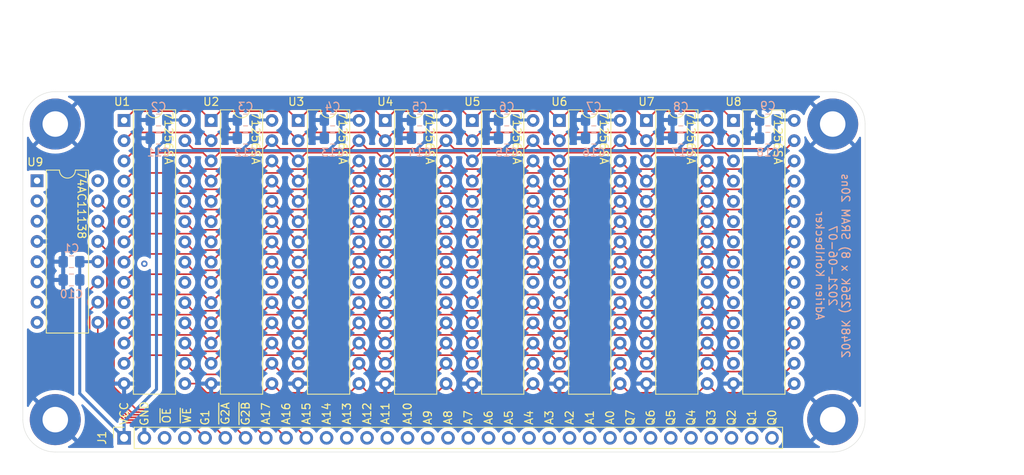
<source format=kicad_pcb>
(kicad_pcb (version 20211014) (generator pcbnew)
  (layers (0 "F.Cu" signal) (1 "In1.Cu" signal) (2 "In2.Cu" signal) (31 "B.Cu" signal) (34 "B.Paste" user) (35 "F.Paste" user) (36 "B.SilkS" user "B.Silkscreen") (37 "F.SilkS" user "F.Silkscreen") (38 "B.Mask" user) (39 "F.Mask" user) (44 "Edge.Cuts" user))
  (net 0 "")
  (net 1 "GND")
  (net 2 "VCC")
  (net 3 "/Q0")
  (net 4 "/Q1")
  (net 5 "/Q2")
  (net 6 "/Q3")
  (net 7 "/Q4")
  (net 8 "/Q5")
  (net 9 "/Q6")
  (net 10 "/Q7")
  (net 11 "/A0")
  (net 12 "/A1")
  (net 13 "/A2")
  (net 14 "/A3")
  (net 15 "/A4")
  (net 16 "/A5")
  (net 17 "/A6")
  (net 18 "/A7")
  (net 19 "/A8")
  (net 20 "/A9")
  (net 21 "/A10")
  (net 22 "/A11")
  (net 23 "/A12")
  (net 24 "/A13")
  (net 25 "/A14")
  (net 26 "/A15")
  (net 27 "/A16")
  (net 28 "/A17")
  (net 29 "/~{G2B}")
  (net 30 "/~{G2A}")
  (net 31 "/G1")
  (net 32 "/~{WE}")
  (net 33 "/~{OE}")
  (net 34 "/~{CS0}")
  (net 35 "/~{CS1}")
  (net 36 "/~{CS2}")
  (net 37 "/~{CS3}")
  (net 38 "/~{CS4}")
  (net 39 "/~{CS5}")
  (net 40 "/~{CS6}")
  (net 41 "/~{CS7}")
  (footprint "Connector_PinSocket_2.54mm:PinSocket_1x33_P2.54mm_Vertical" (layer "F.Cu") (at 88.646 125.73 90)
    (fp_text reference "J1")
    (fp_text value "Conn_01x33")
  )
  (footprint "Package_DIP:DIP-28_W7.62mm" (layer "F.Cu") (at 88.646 85.905)
    (fp_text reference "U1")
    (fp_text value "71256SA")
  )
  (footprint "Package_DIP:DIP-28_W7.62mm" (layer "F.Cu") (at 110.49 85.905)
    (fp_text reference "U3")
    (fp_text value "71256SA")
  )
  (footprint "Package_DIP:DIP-28_W7.62mm" (layer "F.Cu") (at 121.412 85.905)
    (fp_text reference "U4")
    (fp_text value "71256SA")
  )
  (footprint "Package_DIP:DIP-28_W7.62mm" (layer "F.Cu") (at 132.334 85.905)
    (fp_text reference "U5")
    (fp_text value "71256SA")
  )
  (footprint "Package_DIP:DIP-28_W7.62mm" (layer "F.Cu") (at 143.256 85.905)
    (fp_text reference "U6")
    (fp_text value "71256SA")
  )
  (footprint "Package_DIP:DIP-28_W7.62mm" (layer "F.Cu") (at 154.178 85.905)
    (fp_text reference "U7")
    (fp_text value "71256SA")
  )
  (footprint "Package_DIP:DIP-16_W7.62mm" (layer "F.Cu") (at 77.724 93.472)
    (fp_text reference "U9")
    (fp_text value "74AC11138")
  )
  (footprint "Package_DIP:DIP-28_W7.62mm" (layer "F.Cu") (at 165.1 85.905)
    (fp_text reference "U8")
    (fp_text value "71256SA")
  )
  (footprint "MountingHole:MountingHole_3.2mm_M3_Pad" (layer "F.Cu") (at 80.01 86.36)
    (fp_text reference "H1" hide)
    (fp_text value "MountingHole_Pad")
  )
  (footprint "MountingHole:MountingHole_3.2mm_M3_Pad" (layer "F.Cu") (at 80.01 123.444)
    (fp_text reference "H2" hide)
    (fp_text value "MountingHole_Pad")
  )
  (footprint "MountingHole:MountingHole_3.2mm_M3_Pad" (layer "F.Cu") (at 177.546 86.36)
    (fp_text reference "H3" hide)
    (fp_text value "MountingHole_Pad")
  )
  (footprint "MountingHole:MountingHole_3.2mm_M3_Pad" (layer "F.Cu") (at 177.546 123.444)
    (fp_text reference "H4" hide)
    (fp_text value "MountingHole_Pad")
  )
  (footprint "Package_DIP:DIP-28_W7.62mm" (layer "F.Cu") (at 99.568 85.905)
    (fp_text reference "U2")
    (fp_text value "71256SA")
  )
  (footprint "Capacitor_SMD:C_0805_2012Metric_Pad1.18x1.45mm_HandSolder" (layer "B.Cu") (at 82.042 103.632 180)
    (fp_text reference "C1")
    (fp_text value "0.1uF")
  )
  (footprint "Capacitor_SMD:C_0805_2012Metric_Pad1.18x1.45mm_HandSolder" (layer "B.Cu") (at 169.418 88.138 180)
    (fp_text reference "C18")
    (fp_text value "10uF")
  )
  (footprint "Capacitor_SMD:C_0805_2012Metric_Pad1.18x1.45mm_HandSolder" (layer "B.Cu") (at 158.496 88.138 180)
    (fp_text reference "C17")
    (fp_text value "10uF")
  )
  (footprint "Capacitor_SMD:C_0805_2012Metric_Pad1.18x1.45mm_HandSolder" (layer "B.Cu") (at 147.574 88.138 180)
    (fp_text reference "C16")
    (fp_text value "10uF")
  )
  (footprint "Capacitor_SMD:C_0805_2012Metric_Pad1.18x1.45mm_HandSolder" (layer "B.Cu") (at 136.652 88.138 180)
    (fp_text reference "C15")
    (fp_text value "10uF")
  )
  (footprint "Capacitor_SMD:C_0805_2012Metric_Pad1.18x1.45mm_HandSolder" (layer "B.Cu") (at 125.73 88.138 180)
    (fp_text reference "C14")
    (fp_text value "10uF")
  )
  (footprint "Capacitor_SMD:C_0805_2012Metric_Pad1.18x1.45mm_HandSolder" (layer "B.Cu") (at 114.808 88.138 180)
    (fp_text reference "C13")
    (fp_text value "10uF")
  )
  (footprint "Capacitor_SMD:C_0805_2012Metric_Pad1.18x1.45mm_HandSolder" (layer "B.Cu") (at 92.964 88.138 180)
    (fp_text reference "C11")
    (fp_text value "10uF")
  )
  (footprint "Capacitor_SMD:C_0805_2012Metric_Pad1.18x1.45mm_HandSolder" (layer "B.Cu") (at 82.042 105.918 180)
    (fp_text reference "C10")
    (fp_text value "10uF")
  )
  (footprint "Capacitor_SMD:C_0805_2012Metric_Pad1.18x1.45mm_HandSolder" (layer "B.Cu") (at 169.418 85.852 180)
    (fp_text reference "C9")
    (fp_text value "0.1uF")
  )
  (footprint "Capacitor_SMD:C_0805_2012Metric_Pad1.18x1.45mm_HandSolder" (layer "B.Cu") (at 158.496 85.852 180)
    (fp_text reference "C8")
    (fp_text value "0.1uF")
  )
  (footprint "Capacitor_SMD:C_0805_2012Metric_Pad1.18x1.45mm_HandSolder" (layer "B.Cu") (at 147.574 85.852 180)
    (fp_text reference "C7")
    (fp_text value "0.1uF")
  )
  (footprint "Capacitor_SMD:C_0805_2012Metric_Pad1.18x1.45mm_HandSolder" (layer "B.Cu") (at 136.652 85.852 180)
    (fp_text reference "C6")
    (fp_text value "0.1uF")
  )
  (footprint "Capacitor_SMD:C_0805_2012Metric_Pad1.18x1.45mm_HandSolder" (layer "B.Cu") (at 114.808 85.852 180)
    (fp_text reference "C4")
    (fp_text value "0.1uF")
  )
  (footprint "Capacitor_SMD:C_0805_2012Metric_Pad1.18x1.45mm_HandSolder" (layer "B.Cu") (at 92.964 85.852 180)
    (fp_text reference "C2")
    (fp_text value "0.1uF")
  )
  (footprint "Capacitor_SMD:C_0805_2012Metric_Pad1.18x1.45mm_HandSolder" (layer "B.Cu") (at 125.73 85.852 180)
    (fp_text reference "C5")
    (fp_text value "0.1uF")
  )
  (footprint "Capacitor_SMD:C_0805_2012Metric_Pad1.18x1.45mm_HandSolder" (layer "B.Cu") (at 103.886 88.138 180)
    (fp_text reference "C12")
    (fp_text value "10uF")
  )
  (footprint "Capacitor_SMD:C_0805_2012Metric_Pad1.18x1.45mm_HandSolder" (layer "B.Cu") (at 103.886 85.852 180)
    (fp_text reference "C3")
    (fp_text value "0.1uF")
  )
  (gr_arc (start 80.01 127.508) (mid 77.136318 126.317682) (end 75.946 123.444) (layer "Edge.Cuts") (width 0.05))
  (gr_line (start 75.946 123.444) (end 75.946 86.36) (layer "Edge.Cuts") (width 0.05))
  (gr_line (start 80.01 82.296) (end 177.546 82.296) (layer "Edge.Cuts") (width 0.05))
  (gr_line (start 181.61 86.36) (end 181.61 123.444) (layer "Edge.Cuts") (width 0.05))
  (gr_line (start 177.546 127.508) (end 80.01 127.508) (layer "Edge.Cuts") (width 0.05))
  (gr_arc (start 177.546 82.296) (mid 180.419682 83.486318) (end 181.61 86.36) (layer "Edge.Cuts") (width 0.05))
  (gr_arc (start 181.61 123.444) (mid 180.419682 126.317682) (end 177.546 127.508) (layer "Edge.Cuts") (width 0.05))
  (gr_arc (start 75.946 86.36) (mid 77.136318 83.486318) (end 80.01 82.296) (layer "Edge.Cuts") (width 0.05))
  (gr_text "2048K (256K x 8) SRAM 20ns\n2021-06-07\nAdrien Kohlbecker" (at 177.546 104.14 270) (layer "B.SilkS") (effects (font (size 1 1)) (justify mirror)))
  (gr_text "71256SA" (at 170.688 88.138 270) (layer "F.SilkS") (effects (font (size 1 1))))
  (gr_text "71256SA" (at 105.156 88.138 270) (layer "F.SilkS") (effects (font (size 1 1))))
  (gr_text "~{OE}" (at 93.98 122.936 90) (layer "F.SilkS") (effects (font (size 1 1))))
  (gr_text "71256SA" (at 137.922 88.138 270) (layer "F.SilkS") (effects (font (size 1 1))))
  (gr_text "A3" (at 141.986 123.19 90) (layer "F.SilkS") (effects (font (size 1 1))))
  (gr_text "A17" (at 106.426 122.682 90) (layer "F.SilkS") (effects (font (size 1 1))))
  (gr_text "71256SA" (at 127 88.138 270) (layer "F.SilkS") (effects (font (size 1 1))))
  (gr_text "G1" (at 98.806 123.19 90) (layer "F.SilkS") (effects (font (size 1 1))))
  (gr_text "Q3" (at 162.306 123.19 90) (layer "F.SilkS") (effects (font (size 1 1))))
  (gr_text "Q4" (at 159.766 123.19 90) (layer "F.SilkS") (effects (font (size 1 1))))
  (gr_text "A2" (at 144.526 123.19 90) (layer "F.SilkS") (effects (font (size 1 1))))
  (gr_text "71256SA" (at 116.078 88.138 270) (layer "F.SilkS") (effects (font (size 1 1))))
  (gr_text "A4" (at 139.446 123.19 90) (layer "F.SilkS") (effects (font (size 1 1))))
  (gr_text "Q5" (at 157.226 123.19 90) (layer "F.SilkS") (effects (font (size 1 1))))
  (gr_text "A10" (at 124.206 122.682 90) (layer "F.SilkS") (effects (font (size 1 1))))
  (gr_text "A9" (at 126.746 123.19 90) (layer "F.SilkS") (effects (font (size 1 1))))
  (gr_text "A16" (at 108.966 122.682 90) (layer "F.SilkS") (effects (font (size 1 1))))
  (gr_text "A14" (at 114.046 122.682 90) (layer "F.SilkS") (effects (font (size 1 1))))
  (gr_text "Q6" (at 154.686 123.19 90) (layer "F.SilkS") (effects (font (size 1 1))))
  (gr_text "A0" (at 149.606 123.19 90) (layer "F.SilkS") (effects (font (size 1 1))))
  (gr_text "71256SA" (at 94.234 88.138 270) (layer "F.SilkS") (effects (font (size 1 1))))
  (gr_text "A13" (at 116.586 122.682 90) (layer "F.SilkS") (effects (font (size 1 1))))
  (gr_text "~{G2A}" (at 101.346 122.682 90) (layer "F.SilkS") (effects (font (size 1 1))))
  (gr_text "A1" (at 147.066 123.19 90) (layer "F.SilkS") (effects (font (size 1 1))))
  (gr_text "A12" (at 119.126 122.682 90) (layer "F.SilkS") (effects (font (size 1 1))))
  (gr_text "74AC11138" (at 83.312 96.52 270) (layer "F.SilkS") (effects (font (size 1 1))))
  (gr_text "VCC" (at 88.646 122.682 90) (layer "F.SilkS") (effects (font (size 1 1))))
  (gr_text "A11" (at 121.412 122.682 90) (layer "F.SilkS") (effects (font (size 1 1))))
  (gr_text "A5" (at 136.906 123.19 90) (layer "F.SilkS") (effects (font (size 1 1))))
  (gr_text "71256SA" (at 148.844 88.138 270) (layer "F.SilkS") (effects (font (size 1 1))))
  (gr_text "Q2" (at 164.846 123.19 90) (layer "F.SilkS") (effects (font (size 1 1))))
  (gr_text "A7" (at 131.826 123.19 90) (layer "F.SilkS") (effects (font (size 1 1))))
  (gr_text "Q0" (at 169.926 123.19 90) (layer "F.SilkS") (effects (font (size 1 1))))
  (gr_text "GND" (at 91.186 122.682 90) (layer "F.SilkS") (effects (font (size 1 1))))
  (gr_text "~{WE}" (at 96.52 122.936 90) (layer "F.SilkS") (effects (font (size 1 1))))
  (gr_text "Q1" (at 167.386 123.19 90) (layer "F.SilkS") (effects (font (size 1 1))))
  (gr_text "A8" (at 129.286 123.19 90) (layer "F.SilkS") (effects (font (size 1 1))))
  (gr_text "A15" (at 111.506 122.682 90) (layer "F.SilkS") (effects (font (size 1 1))))
  (gr_text "71256SA" (at 159.766 88.138 270) (layer "F.SilkS") (effects (font (size 1 1))))
  (gr_text "A6" (at 134.366 123.19 90) (layer "F.SilkS") (effects (font (size 1 1))))
  (gr_text "~{G2B}" (at 103.886 122.682 90) (layer "F.SilkS") (effects (font (size 1 1))))
  (gr_text "Q7" (at 152.146 123.19 90) (layer "F.SilkS") (effects (font (size 1 1))))
  (segment (start 83.0795 120.1635) (end 83.0795 105.918) (width 0.381) (layer "B.Cu") (net 2))
  (segment (start 126.7675 85.852) (end 128.979 85.852) (width 0.381) (layer "B.Cu") (net 2))
  (segment (start 114.293999 89.689501) (end 125.215999 89.689501) (width 0.381) (layer "B.Cu") (net 2))
  (segment (start 103.371999 89.689501) (end 114.293999 89.689501) (width 0.381) (layer "B.Cu") (net 2))
  (segment (start 92.71 119.634) (end 92.71 89.662) (width 0.381) (layer "B.Cu") (net 2))
  (segment (start 92.71 89.4295) (end 94.0015 88.138) (width 0.381) (layer "B.Cu") (net 2))
  (segment (start 92.71 89.662) (end 92.737501 89.689501) (width 0.381) (layer "B.Cu") (net 2))
  (segment (start 150.823 85.852) (end 150.876 85.905) (width 0.381) (layer "B.Cu") (net 2))
  (segment (start 168.903999 89.689501) (end 170.4555 88.138) (width 0.381) (layer "B.Cu") (net 2))
  (segment (start 172.667 85.852) (end 172.72 85.905) (width 0.381) (layer "B.Cu") (net 2))
  (segment (start 94.0015 85.852) (end 96.213 85.852) (width 0.381) (layer "B.Cu") (net 2))
  (segment (start 115.8455 88.138) (end 115.8455 85.852) (width 0.381) (layer "B.Cu") (net 2))
  (segment (start 92.71 89.662) (end 92.71 89.4295) (width 0.381) (layer "B.Cu") (net 2))
  (segment (start 161.745 85.852) (end 161.798 85.905) (width 0.381) (layer "B.Cu") (net 2))
  (segment (start 103.371999 89.689501) (end 104.9235 88.138) (width 0.381) (layer "B.Cu") (net 2))
  (segment (start 92.737501 89.689501) (end 103.371999 89.689501) (width 0.381) (layer "B.Cu") (net 2))
  (segment (start 159.5335 88.138) (end 159.5335 85.852) (width 0.381) (layer "B.Cu") (net 2))
  (segment (start 94.0015 88.138) (end 94.0015 85.852) (width 0.381) (layer "B.Cu") (net 2))
  (segment (start 158.12575 89.54575) (end 158.269501 89.689501) (width 0.381) (layer "B.Cu") (net 2))
  (segment (start 137.6895 85.852) (end 139.901 85.852) (width 0.381) (layer "B.Cu") (net 2))
  (segment (start 136.28175 89.54575) (end 136.425501 89.689501) (width 0.381) (layer "B.Cu") (net 2))
  (segment (start 125.215999 89.689501) (end 126.7675 88.138) (width 0.381) (layer "B.Cu") (net 2))
  (segment (start 147.059999 89.689501) (end 148.6115 88.138) (width 0.381) (layer "B.Cu") (net 2))
  (segment (start 118.057 85.852) (end 118.11 85.905) (width 0.381) (layer "B.Cu") (net 2))
  (segment (start 147.059999 89.689501) (end 157.981999 89.689501) (width 0.381) (layer "B.Cu") (net 2))
  (segment (start 96.213 85.852) (end 96.266 85.905) (width 0.381) (layer "B.Cu") (net 2))
  (segment (start 83.0795 105.918) (end 83.0795 103.632) (width 0.381) (layer "B.Cu") (net 2))
  (segment (start 83.0795 103.632) (end 85.344 103.632) (width 0.381) (layer "B.Cu") (net 2))
  (segment (start 104.9235 88.138) (end 104.9235 85.852) (width 0.381) (layer "B.Cu") (net 2))
  (segment (start 107.135 85.852) (end 107.188 85.905) (width 0.381) (layer "B.Cu") (net 2))
  (segment (start 126.7675 88.138) (end 126.7675 85.852) (width 0.381) (layer "B.Cu") (net 2))
  (segment (start 139.901 85.852) (end 139.954 85.905) (width 0.381) (layer "B.Cu") (net 2))
  (segment (start 104.9235 85.852) (end 107.135 85.852) (width 0.381) (layer "B.Cu") (net 2))
  (segment (start 136.137999 89.689501) (end 136.28175 89.54575) (width 0.381) (layer "B.Cu") (net 2))
  (segment (start 115.8455 85.852) (end 118.057 85.852) (width 0.381) (layer "B.Cu") (net 2))
  (segment (start 158.12575 89.54575) (end 159.5335 88.138) (width 0.381) (layer "B.Cu") (net 2))
  (segment (start 136.425501 89.689501) (end 147.059999 89.689501) (width 0.381) (layer "B.Cu") (net 2))
  (segment (start 148.6115 85.852) (end 150.823 85.852) (width 0.381) (layer "B.Cu") (net 2))
  (segment (start 125.215999 89.689501) (end 136.137999 89.689501) (width 0.381) (layer "B.Cu") (net 2))
  (segment (start 158.269501 89.689501) (end 168.903999 89.689501) (width 0.381) (layer "B.Cu") (net 2))
  (segment (start 88.646 123.698) (end 92.71 119.634) (width 0.381) (layer "B.Cu") (net 2))
  (segment (start 136.28175 89.54575) (end 137.6895 88.138) (width 0.381) (layer "B.Cu") (net 2))
  (segment (start 128.979 85.852) (end 129.032 85.905) (width 0.381) (layer "B.Cu") (net 2))
  (segment (start 157.981999 89.689501) (end 158.12575 89.54575) (width 0.381) (layer "B.Cu") (net 2))
  (segment (start 88.646 125.73) (end 83.0795 120.1635) (width 0.381) (layer "B.Cu") (net 2))
  (segment (start 88.646 125.73) (end 88.646 123.698) (width 0.381) (layer "B.Cu") (net 2))
  (segment (start 148.6115 88.138) (end 148.6115 85.852) (width 0.381) (layer "B.Cu") (net 2))
  (segment (start 159.5335 85.852) (end 161.745 85.852) (width 0.381) (layer "B.Cu") (net 2))
  (segment (start 137.6895 88.138) (end 137.6895 85.852) (width 0.381) (layer "B.Cu") (net 2))
  (segment (start 170.4555 88.138) (end 170.4555 85.852) (width 0.381) (layer "B.Cu") (net 2))
  (segment (start 114.293999 89.689501) (end 115.8455 88.138) (width 0.381) (layer "B.Cu") (net 2))
  (segment (start 170.4555 85.852) (end 172.667 85.852) (width 0.381) (layer "B.Cu") (net 2))
  (segment (start 142.227399 110.276399) (end 143.256 111.305) (width 0.2032) (layer "F.Cu") (net 3))
  (segment (start 89.674601 110.276399) (end 98.539399 110.276399) (width 0.2032) (layer "F.Cu") (net 3))
  (segment (start 111.518601 110.276399) (end 120.383399 110.276399) (width 0.2032) (layer "F.Cu") (net 3))
  (segment (start 120.383399 110.276399) (end 121.412 111.305) (width 0.2032) (layer "F.Cu") (net 3))
  (segment (start 154.178 111.305) (end 155.206601 110.276399) (width 0.2032) (layer "F.Cu") (net 3))
  (segment (start 121.412 111.305) (end 122.440601 110.276399) (width 0.2032) (layer "F.Cu") (net 3))
  (segment (start 88.646 111.305) (end 89.674601 110.276399) (width 0.2032) (layer "F.Cu") (net 3))
  (segment (start 99.568 111.305) (end 100.596601 110.276399) (width 0.2032) (layer "F.Cu") (net 3))
  (segment (start 132.334 111.305) (end 133.362601 110.276399) (width 0.2032) (layer "F.Cu") (net 3))
  (segment (start 164.071399 110.276399) (end 165.1 111.305) (width 0.2032) (layer "F.Cu") (net 3))
  (segment (start 155.206601 110.276399) (end 164.071399 110.276399) (width 0.2032) (layer "F.Cu") (net 3))
  (segment (start 153.149399 110.276399) (end 154.178 111.305) (width 0.2032) (layer "F.Cu") (net 3))
  (segment (start 133.362601 110.276399) (end 142.227399 110.276399) (width 0.2032) (layer "F.Cu") (net 3))
  (segment (start 143.256 111.305) (end 144.284601 110.276399) (width 0.2032) (layer "F.Cu") (net 3))
  (segment (start 144.284601 110.276399) (end 153.149399 110.276399) (width 0.2032) (layer "F.Cu") (net 3))
  (segment (start 110.49 111.305) (end 111.518601 110.276399) (width 0.2032) (layer "F.Cu") (net 3))
  (segment (start 109.461399 110.276399) (end 110.49 111.305) (width 0.2032) (layer "F.Cu") (net 3))
  (segment (start 100.596601 110.276399) (end 109.461399 110.276399) (width 0.2032) (layer "F.Cu") (net 3))
  (segment (start 122.440601 110.276399) (end 131.305399 110.276399) (width 0.2032) (layer "F.Cu") (net 3))
  (segment (start 131.305399 110.276399) (end 132.334 111.305) (width 0.2032) (layer "F.Cu") (net 3))
  (segment (start 98.539399 110.276399) (end 99.568 111.305) (width 0.2032) (layer "F.Cu") (net 3))
  (segment (start 99.568 113.845) (end 100.596601 112.816399) (width 0.2032) (layer "F.Cu") (net 4))
  (segment (start 121.412 113.845) (end 122.440601 112.816399) (width 0.2032) (layer "F.Cu") (net 4))
  (segment (start 89.674601 112.816399) (end 98.539399 112.816399) (width 0.2032) (layer "F.Cu") (net 4))
  (segment (start 88.646 113.845) (end 89.674601 112.816399) (width 0.2032) (layer "F.Cu") (net 4))
  (segment (start 132.334 113.845) (end 133.362601 112.816399) (width 0.2032) (layer "F.Cu") (net 4))
  (segment (start 98.539399 112.816399) (end 99.568 113.845) (width 0.2032) (layer "F.Cu") (net 4))
  (segment (start 155.206601 112.816399) (end 164.071399 112.816399) (width 0.2032) (layer "F.Cu") (net 4))
  (segment (start 143.256 113.845) (end 144.284601 112.816399) (width 0.2032) (layer "F.Cu") (net 4))
  (segment (start 120.383399 112.816399) (end 121.412 113.845) (width 0.2032) (layer "F.Cu") (net 4))
  (segment (start 153.149399 112.816399) (end 154.178 113.845) (width 0.2032) (layer "F.Cu") (net 4))
  (segment (start 111.518601 112.816399) (end 120.383399 112.816399) (width 0.2032) (layer "F.Cu") (net 4))
  (segment (start 133.362601 112.816399) (end 142.227399 112.816399) (width 0.2032) (layer "F.Cu") (net 4))
  (segment (start 164.071399 112.816399) (end 165.1 113.845) (width 0.2032) (layer "F.Cu") (net 4))
  (segment (start 154.178 113.845) (end 155.206601 112.816399) (width 0.2032) (layer "F.Cu") (net 4))
  (segment (start 110.49 113.845) (end 111.518601 112.816399) (width 0.2032) (layer "F.Cu") (net 4))
  (segment (start 144.284601 112.816399) (end 153.149399 112.816399) (width 0.2032) (layer "F.Cu") (net 4))
  (segment (start 109.461399 112.816399) (end 110.49 113.845) (width 0.2032) (layer "F.Cu") (net 4))
  (segment (start 100.596601 112.816399) (end 109.461399 112.816399) (width 0.2032) (layer "F.Cu") (net 4))
  (segment (start 131.305399 112.816399) (end 132.334 113.845) (width 0.2032) (layer "F.Cu") (net 4))
  (segment (start 122.440601 112.816399) (end 131.305399 112.816399) (width 0.2032) (layer "F.Cu") (net 4))
  (segment (start 142.227399 112.816399) (end 143.256 113.845) (width 0.2032) (layer "F.Cu") (net 4))
  (segment (start 133.362601 115.356399) (end 142.227399 115.356399) (width 0.2032) (layer "F.Cu") (net 5))
  (segment (start 109.461399 115.356399) (end 110.49 116.385) (width 0.2032) (layer "F.Cu") (net 5))
  (segment (start 164.071399 115.356399) (end 165.1 116.385) (width 0.2032) (layer "F.Cu") (net 5))
  (segment (start 143.256 116.385) (end 144.284601 115.356399) (width 0.2032) (layer "F.Cu") (net 5))
  (segment (start 132.334 116.385) (end 133.362601 115.356399) (width 0.2032) (layer "F.Cu") (net 5))
  (segment (start 121.412 116.385) (end 122.440601 115.356399) (width 0.2032) (layer "F.Cu") (net 5))
  (segment (start 142.227399 115.356399) (end 143.256 116.385) (width 0.2032) (layer "F.Cu") (net 5))
  (segment (start 110.49 116.385) (end 111.518601 115.356399) (width 0.2032) (layer "F.Cu") (net 5))
  (segment (start 88.646 116.385) (end 89.674601 115.356399) (width 0.2032) (layer "F.Cu") (net 5))
  (segment (start 153.149399 115.356399) (end 154.178 116.385) (width 0.2032) (layer "F.Cu") (net 5))
  (segment (start 154.178 116.385) (end 155.206601 115.356399) (width 0.2032) (layer "F.Cu") (net 5))
  (segment (start 131.305399 115.356399) (end 132.334 116.385) (width 0.2032) (layer "F.Cu") (net 5))
  (segment (start 120.383399 115.356399) (end 121.412 116.385) (width 0.2032) (layer "F.Cu") (net 5))
  (segment (start 99.568 116.385) (end 100.596601 115.356399) (width 0.2032) (layer "F.Cu") (net 5))
  (segment (start 100.596601 115.356399) (end 109.461399 115.356399) (width 0.2032) (layer "F.Cu") (net 5))
  (segment (start 155.206601 115.356399) (end 164.071399 115.356399) (width 0.2032) (layer "F.Cu") (net 5))
  (segment (start 144.284601 115.356399) (end 153.149399 115.356399) (width 0.2032) (layer "F.Cu") (net 5))
  (segment (start 111.518601 115.356399) (end 120.383399 115.356399) (width 0.2032) (layer "F.Cu") (net 5))
  (segment (start 98.539399 115.356399) (end 99.568 116.385) (width 0.2032) (layer "F.Cu") (net 5))
  (segment (start 89.674601 115.356399) (end 98.539399 115.356399) (width 0.2032) (layer "F.Cu") (net 5))
  (segment (start 122.440601 115.356399) (end 131.305399 115.356399) (width 0.2032) (layer "F.Cu") (net 5))
  (segment (start 130.187601 120.080601) (end 138.798399 120.080601) (width 0.2032) (layer "F.Cu") (net 6))
  (segment (start 141.109601 120.080601) (end 149.720399 120.080601) (width 0.2032) (layer "F.Cu") (net 6))
  (segment (start 160.642399 120.080601) (end 161.798 118.925) (width 0.2032) (layer "F.Cu") (net 6))
  (segment (start 129.032 118.925) (end 130.187601 120.080601) (width 0.2032) (layer "F.Cu") (net 6))
  (segment (start 96.266 118.925) (end 97.85771 118.925) (width 0.2032) (layer "F.Cu") (net 6))
  (segment (start 161.798 118.925) (end 162.953601 120.080601) (width 0.2032) (layer "F.Cu") (net 6))
  (segment (start 138.798399 120.080601) (end 139.954 118.925) (width 0.2032) (layer "F.Cu") (net 6))
  (segment (start 119.265601 120.080601) (end 118.11 118.925) (width 0.2032) (layer "F.Cu") (net 6))
  (segment (start 162.953601 120.080601) (end 171.564399 120.080601) (width 0.2032) (layer "F.Cu") (net 6))
  (segment (start 99.013311 120.080601) (end 106.032399 120.080601) (width 0.2032) (layer "F.Cu") (net 6))
  (segment (start 106.032399 120.080601) (end 106.388001 119.724999) (width 0.2032) (layer "F.Cu") (net 6))
  (segment (start 106.388001 119.724999) (end 107.188 118.925) (width 0.2032) (layer "F.Cu") (net 6))
  (segment (start 152.031601 120.080601) (end 160.642399 120.080601) (width 0.2032) (layer "F.Cu") (net 6))
  (segment (start 108.343601 120.080601) (end 116.954399 120.080601) (width 0.2032) (layer "F.Cu") (net 6))
  (segment (start 107.188 118.925) (end 108.343601 120.080601) (width 0.2032) (layer "F.Cu") (net 6))
  (segment (start 129.032 118.925) (end 127.876399 120.080601) (width 0.2032) (layer "F.Cu") (net 6))
  (segment (start 127.876399 120.080601) (end 119.265601 120.080601) (width 0.2032) (layer "F.Cu") (net 6))
  (segment (start 149.720399 120.080601) (end 150.876 118.925) (width 0.2032) (layer "F.Cu") (net 6))
  (segment (start 116.954399 120.080601) (end 118.11 118.925) (width 0.2032) (layer "F.Cu") (net 6))
  (segment (start 139.954 118.925) (end 141.109601 120.080601) (width 0.2032) (layer "F.Cu") (net 6))
  (segment (start 171.564399 120.080601) (end 172.72 118.925) (width 0.2032) (layer "F.Cu") (net 6))
  (segment (start 97.85771 118.925) (end 99.013311 120.080601) (width 0.2032) (layer "F.Cu") (net 6))
  (segment (start 150.876 118.925) (end 152.031601 120.080601) (width 0.2032) (layer "F.Cu") (net 6))
  (segment (start 130.060601 117.413601) (end 138.925399 117.413601) (width 0.2032) (layer "F.Cu") (net 7))
  (segment (start 140.982601 117.413601) (end 149.847399 117.413601) (width 0.2032) (layer "F.Cu") (net 7))
  (segment (start 117.081399 117.413601) (end 118.11 116.385) (width 0.2032) (layer "F.Cu") (net 7))
  (segment (start 139.954 116.385) (end 140.982601 117.413601) (width 0.2032) (layer "F.Cu") (net 7))
  (segment (start 171.691399 117.413601) (end 172.72 116.385) (width 0.2032) (layer "F.Cu") (net 7))
  (segment (start 108.216601 117.413601) (end 117.081399 117.413601) (width 0.2032) (layer "F.Cu") (net 7))
  (segment (start 128.003399 117.413601) (end 129.032 116.385) (width 0.2032) (layer "F.Cu") (net 7))
  (segment (start 149.847399 117.413601) (end 150.876 116.385) (width 0.2032) (layer "F.Cu") (net 7))
  (segment (start 96.266 116.385) (end 97.650399 117.769399) (width 0.2032) (layer "F.Cu") (net 7))
  (segment (start 105.803601 117.769399) (end 107.188 116.385) (width 0.2032) (layer "F.Cu") (net 7))
  (segment (start 162.826601 117.413601) (end 171.691399 117.413601) (width 0.2032) (layer "F.Cu") (net 7))
  (segment (start 151.904601 117.413601) (end 160.769399 117.413601) (width 0.2032) (layer "F.Cu") (net 7))
  (segment (start 119.138601 117.413601) (end 128.003399 117.413601) (width 0.2032) (layer "F.Cu") (net 7))
  (segment (start 97.650399 117.769399) (end 105.803601 117.769399) (width 0.2032) (layer "F.Cu") (net 7))
  (segment (start 161.798 116.385) (end 162.826601 117.413601) (width 0.2032) (layer "F.Cu") (net 7))
  (segment (start 129.032 116.385) (end 130.060601 117.413601) (width 0.2032) (layer "F.Cu") (net 7))
  (segment (start 150.876 116.385) (end 151.904601 117.413601) (width 0.2032) (layer "F.Cu") (net 7))
  (segment (start 160.769399 117.413601) (end 161.798 116.385) (width 0.2032) (layer "F.Cu") (net 7))
  (segment (start 138.925399 117.413601) (end 139.954 116.385) (width 0.2032) (layer "F.Cu") (net 7))
  (segment (start 107.188 116.385) (end 108.216601 117.413601) (width 0.2032) (layer "F.Cu") (net 7))
  (segment (start 118.11 116.385) (end 119.138601 117.413601) (width 0.2032) (layer "F.Cu") (net 7))
  (segment (start 151.904601 114.873601) (end 160.769399 114.873601) (width 0.2032) (layer "F.Cu") (net 8))
  (segment (start 138.925399 114.873601) (end 139.954 113.845) (width 0.2032) (layer "F.Cu") (net 8))
  (segment (start 149.847399 114.873601) (end 150.876 113.845) (width 0.2032) (layer "F.Cu") (net 8))
  (segment (start 171.691399 114.873601) (end 172.72 113.845) (width 0.2032) (layer "F.Cu") (net 8))
  (segment (start 107.188 113.845) (end 108.216601 114.873601) (width 0.2032) (layer "F.Cu") (net 8))
  (segment (start 160.769399 114.873601) (end 161.798 113.845) (width 0.2032) (layer "F.Cu") (net 8))
  (segment (start 140.982601 114.873601) (end 149.847399 114.873601) (width 0.2032) (layer "F.Cu") (net 8))
  (segment (start 128.003399 114.873601) (end 129.032 113.845) (width 0.2032) (layer "F.Cu") (net 8))
  (segment (start 97.294601 114.873601) (end 106.159399 114.873601) (width 0.2032) (layer "F.Cu") (net 8))
  (segment (start 150.876 113.845) (end 151.904601 114.873601) (width 0.2032) (layer "F.Cu") (net 8))
  (segment (start 96.266 113.845) (end 97.294601 114.873601) (width 0.2032) (layer "F.Cu") (net 8))
  (segment (start 130.060601 114.873601) (end 138.925399 114.873601) (width 0.2032) (layer "F.Cu") (net 8))
  (segment (start 117.081399 114.873601) (end 118.11 113.845) (width 0.2032) (layer "F.Cu") (net 8))
  (segment (start 106.159399 114.873601) (end 107.188 113.845) (width 0.2032) (layer "F.Cu") (net 8))
  (segment (start 139.954 113.845) (end 140.982601 114.873601) (width 0.2032) (layer "F.Cu") (net 8))
  (segment (start 129.032 113.845) (end 130.060601 114.873601) (width 0.2032) (layer "F.Cu") (net 8))
  (segment (start 119.138601 114.873601) (end 128.003399 114.873601) (width 0.2032) (layer "F.Cu") (net 8))
  (segment (start 108.216601 114.873601) (end 117.081399 114.873601) (width 0.2032) (layer "F.Cu") (net 8))
  (segment (start 162.826601 114.873601) (end 171.691399 114.873601) (width 0.2032) (layer "F.Cu") (net 8))
  (segment (start 118.11 113.845) (end 119.138601 114.873601) (width 0.2032) (layer "F.Cu") (net 8))
  (segment (start 161.798 113.845) (end 162.826601 114.873601) (width 0.2032) (layer "F.Cu") (net 8))
  (segment (start 140.982601 112.333601) (end 149.847399 112.333601) (width 0.2032) (layer "F.Cu") (net 9))
  (segment (start 138.925399 112.333601) (end 139.954 111.305) (width 0.2032) (layer "F.Cu") (net 9))
  (segment (start 149.847399 112.333601) (end 150.876 111.305) (width 0.2032) (layer "F.Cu") (net 9))
  (segment (start 150.876 111.305) (end 151.904601 112.333601) (width 0.2032) (layer "F.Cu") (net 9))
  (segment (start 160.769399 112.333601) (end 161.798 111.305) (width 0.2032) (layer "F.Cu") (net 9))
  (segment (start 117.081399 112.333601) (end 118.11 111.305) (width 0.2032) (layer "F.Cu") (net 9))
  (segment (start 118.11 111.305) (end 119.138601 112.333601) (width 0.2032) (layer "F.Cu") (net 9))
  (segment (start 128.003399 112.333601) (end 129.032 111.305) (width 0.2032) (layer "F.Cu") (net 9))
  (segment (start 96.266 111.305) (end 97.294601 112.333601) (width 0.2032) (layer "F.Cu") (net 9))
  (segment (start 162.826601 112.333601) (end 171.691399 112.333601) (width 0.2032) (layer "F.Cu") (net 9))
  (segment (start 108.216601 112.333601) (end 117.081399 112.333601) (width 0.2032) (layer "F.Cu") (net 9))
  (segment (start 161.798 111.305) (end 162.826601 112.333601) (width 0.2032) (layer "F.Cu") (net 9))
  (segment (start 151.904601 112.333601) (end 160.769399 112.333601) (width 0.2032) (layer "F.Cu") (net 9))
  (segment (start 107.188 111.305) (end 108.216601 112.333601) (width 0.2032) (layer "F.Cu") (net 9))
  (segment (start 130.060601 112.333601) (end 138.925399 112.333601) (width 0.2032) (layer "F.Cu") (net 9))
  (segment (start 129.032 111.305) (end 130.060601 112.333601) (width 0.2032) (layer "F.Cu") (net 9))
  (segment (start 139.954 111.305) (end 140.982601 112.333601) (width 0.2032) (layer "F.Cu") (net 9))
  (segment (start 97.294601 112.333601) (end 106.159399 112.333601) (width 0.2032) (layer "F.Cu") (net 9))
  (segment (start 119.138601 112.333601) (end 128.003399 112.333601) (width 0.2032) (layer "F.Cu") (net 9))
  (segment (start 171.691399 112.333601) (end 172.72 111.305) (width 0.2032) (layer "F.Cu") (net 9))
  (segment (start 106.159399 112.333601) (end 107.188 111.305) (width 0.2032) (layer "F.Cu") (net 9))
  (segment (start 140.982601 109.793601) (end 149.847399 109.793601) (width 0.2032) (layer "F.Cu") (net 10))
  (segment (start 107.188 108.765) (end 108.216601 109.793601) (width 0.2032) (layer "F.Cu") (net 10))
  (segment (start 117.081399 109.793601) (end 118.11 108.765) (width 0.2032) (layer "F.Cu") (net 10))
  (segment (start 151.904601 109.793601) (end 160.769399 109.793601) (width 0.2032) (layer "F.Cu") (net 10))
  (segment (start 130.060601 109.793601) (end 138.925399 109.793601) (width 0.2032) (layer "F.Cu") (net 10))
  (segment (start 119.138601 109.793601) (end 128.003399 109.793601) (width 0.2032) (layer "F.Cu") (net 10))
  (segment (start 128.003399 109.793601) (end 129.032 108.765) (width 0.2032) (layer "F.Cu") (net 10))
  (segment (start 149.847399 109.793601) (end 150.876 108.765) (width 0.2032) (layer "F.Cu") (net 10))
  (segment (start 171.691399 109.793601) (end 172.72 108.765) (width 0.2032) (layer "F.Cu") (net 10))
  (segment (start 118.11 108.765) (end 119.138601 109.793601) (width 0.2032) (layer "F.Cu") (net 10))
  (segment (start 161.798 108.765) (end 162.826601 109.793601) (width 0.2032) (layer "F.Cu") (net 10))
  (segment (start 160.769399 109.793601) (end 161.798 108.765) (width 0.2032) (layer "F.Cu") (net 10))
  (segment (start 138.925399 109.793601) (end 139.954 108.765) (width 0.2032) (layer "F.Cu") (net 10))
  (segment (start 129.032 108.765) (end 130.060601 109.793601) (width 0.2032) (layer "F.Cu") (net 10))
  (segment (start 139.954 108.765) (end 140.982601 109.793601) (width 0.2032) (layer "F.Cu") (net 10))
  (segment (start 150.876 108.765) (end 151.904601 109.793601) (width 0.2032) (layer "F.Cu") (net 10))
  (segment (start 162.826601 109.793601) (end 171.691399 109.793601) (width 0.2032) (layer "F.Cu") (net 10))
  (segment (start 106.159399 109.793601) (end 107.188 108.765) (width 0.2032) (layer "F.Cu") (net 10))
  (segment (start 96.266 108.765) (end 97.294601 109.793601) (width 0.2032) (layer "F.Cu") (net 10))
  (segment (start 108.216601 109.793601) (end 117.081399 109.793601) (width 0.2032) (layer "F.Cu") (net 10))
  (segment (start 97.294601 109.793601) (end 106.159399 109.793601) (width 0.2032) (layer "F.Cu") (net 10))
  (segment (start 153.149399 107.736399) (end 154.178 108.765) (width 0.2032) (layer "F.Cu") (net 11))
  (segment (start 142.227399 107.736399) (end 143.256 108.765) (width 0.2032) (layer "F.Cu") (net 11))
  (segment (start 99.568 108.765) (end 100.596601 107.736399) (width 0.2032) (layer "F.Cu") (net 11))
  (segment (start 122.440601 107.736399) (end 131.305399 107.736399) (width 0.2032) (layer "F.Cu") (net 11))
  (segment (start 89.674601 107.736399) (end 98.539399 107.736399) (width 0.2032) (layer "F.Cu") (net 11))
  (segment (start 133.362601 107.736399) (end 142.227399 107.736399) (width 0.2032) (layer "F.Cu") (net 11))
  (segment (start 131.305399 107.736399) (end 132.334 108.765) (width 0.2032) (layer "F.Cu") (net 11))
  (segment (start 111.518601 107.736399) (end 120.383399 107.736399) (width 0.2032) (layer "F.Cu") (net 11))
  (segment (start 110.49 108.765) (end 111.518601 107.736399) (width 0.2032) (layer "F.Cu") (net 11))
  (segment (start 164.071399 107.736399) (end 165.1 108.765) (width 0.2032) (layer "F.Cu") (net 11))
  (segment (start 100.596601 107.736399) (end 109.461399 107.736399) (width 0.2032) (layer "F.Cu") (net 11))
  (segment (start 143.256 108.765) (end 144.284601 107.736399) (width 0.2032) (layer "F.Cu") (net 11))
  (segment (start 154.178 108.765) (end 155.206601 107.736399) (width 0.2032) (layer "F.Cu") (net 11))
  (segment (start 155.206601 107.736399) (end 164.071399 107.736399) (width 0.2032) (layer "F.Cu") (net 11))
  (segment (start 144.284601 107.736399) (end 153.149399 107.736399) (width 0.2032) (layer "F.Cu") (net 11))
  (segment (start 121.412 108.765) (end 122.440601 107.736399) (width 0.2032) (layer "F.Cu") (net 11))
  (segment (start 109.461399 107.736399) (end 110.49 108.765) (width 0.2032) (layer "F.Cu") (net 11))
  (segment (start 132.334 108.765) (end 133.362601 107.736399) (width 0.2032) (layer "F.Cu") (net 11))
  (segment (start 98.539399 107.736399) (end 99.568 108.765) (width 0.2032) (layer "F.Cu") (net 11))
  (segment (start 88.646 108.765) (end 89.674601 107.736399) (width 0.2032) (layer "F.Cu") (net 11))
  (segment (start 120.383399 107.736399) (end 121.412 108.765) (width 0.2032) (layer "F.Cu") (net 11))
  (segment (start 109.461399 105.196399) (end 110.49 106.225) (width 0.2032) (layer "F.Cu") (net 12))
  (segment (start 164.071399 105.196399) (end 165.1 106.225) (width 0.2032) (layer "F.Cu") (net 12))
  (segment (start 99.568 106.225) (end 100.596601 105.196399) (width 0.2032) (layer "F.Cu") (net 12))
  (segment (start 143.256 106.225) (end 144.284601 105.196399) (width 0.2032) (layer "F.Cu") (net 12))
  (segment (start 110.49 106.225) (end 111.518601 105.196399) (width 0.2032) (layer "F.Cu") (net 12))
  (segment (start 144.284601 105.196399) (end 153.149399 105.196399) (width 0.2032) (layer "F.Cu") (net 12))
  (segment (start 132.334 106.225) (end 133.362601 105.196399) (width 0.2032) (layer "F.Cu") (net 12))
  (segment (start 120.383399 105.196399) (end 121.412 106.225) (width 0.2032) (layer "F.Cu") (net 12))
  (segment (start 155.206601 105.196399) (end 164.071399 105.196399) (width 0.2032) (layer "F.Cu") (net 12))
  (segment (start 89.674601 105.196399) (end 98.539399 105.196399) (width 0.2032) (layer "F.Cu") (net 12))
  (segment (start 100.596601 105.196399) (end 109.461399 105.196399) (width 0.2032) (layer "F.Cu") (net 12))
  (segment (start 111.518601 105.196399) (end 120.383399 105.196399) (width 0.2032) (layer "F.Cu") (net 12))
  (segment (start 121.412 106.225) (end 122.440601 105.196399) (width 0.2032) (layer "F.Cu") (net 12))
  (segment (start 131.305399 105.196399) (end 132.334 106.225) (width 0.2032) (layer "F.Cu") (net 12))
  (segment (start 98.539399 105.196399) (end 99.568 106.225) (width 0.2032) (layer "F.Cu") (net 12))
  (segment (start 122.440601 105.196399) (end 131.305399 105.196399) (width 0.2032) (layer "F.Cu") (net 12))
  (segment (start 153.149399 105.196399) (end 154.178 106.225) (width 0.2032) (layer "F.Cu") (net 12))
  (segment (start 88.646 106.225) (end 89.674601 105.196399) (width 0.2032) (layer "F.Cu") (net 12))
  (segment (start 142.227399 105.196399) (end 143.256 106.225) (width 0.2032) (layer "F.Cu") (net 12))
  (segment (start 133.362601 105.196399) (end 142.227399 105.196399) (width 0.2032) (layer "F.Cu") (net 12))
  (segment (start 154.178 106.225) (end 155.206601 105.196399) (width 0.2032) (layer "F.Cu") (net 12))
  (segment (start 131.305399 102.656399) (end 132.334 103.685) (width 0.2032) (layer "F.Cu") (net 13))
  (segment (start 132.334 103.685) (end 133.362601 102.656399) (width 0.2032) (layer "F.Cu") (net 13))
  (segment (start 109.461399 102.656399) (end 110.49 103.685) (width 0.2032) (layer "F.Cu") (net 13))
  (segment (start 154.178 103.685) (end 155.206601 102.656399) (width 0.2032) (layer "F.Cu") (net 13))
  (segment (start 88.646 103.685) (end 89.674601 102.656399) (width 0.2032) (layer "F.Cu") (net 13))
  (segment (start 122.440601 102.656399) (end 131.305399 102.656399) (width 0.2032) (layer "F.Cu") (net 13))
  (segment (start 121.412 103.685) (end 122.440601 102.656399) (width 0.2032) (layer "F.Cu") (net 13))
  (segment (start 110.49 103.685) (end 111.518601 102.656399) (width 0.2032) (layer "F.Cu") (net 13))
  (segment (start 98.539399 102.656399) (end 99.568 103.685) (width 0.2032) (layer "F.Cu") (net 13))
  (segment (start 153.149399 102.656399) (end 154.178 103.685) (width 0.2032) (layer "F.Cu") (net 13))
  (segment (start 120.383399 102.656399) (end 121.412 103.685) (width 0.2032) (layer "F.Cu") (net 13))
  (segment (start 164.071399 102.656399) (end 165.1 103.685) (width 0.2032) (layer "F.Cu") (net 13))
  (segment (start 142.227399 102.656399) (end 143.256 103.685) (width 0.2032) (layer "F.Cu") (net 13))
  (segment (start 111.518601 102.656399) (end 120.383399 102.656399) (width 0.2032) (layer "F.Cu") (net 13))
  (segment (start 100.596601 102.656399) (end 109.461399 102.656399) (width 0.2032) (layer "F.Cu") (net 13))
  (segment (start 143.256 103.685) (end 144.284601 102.656399) (width 0.2032) (layer "F.Cu") (net 13))
  (segment (start 144.284601 102.656399) (end 153.149399 102.656399) (width 0.2032) (layer "F.Cu") (net 13))
  (segment (start 133.362601 102.656399) (end 142.227399 102.656399) (width 0.2032) (layer "F.Cu") (net 13))
  (segment (start 155.206601 102.656399) (end 164.071399 102.656399) (width 0.2032) (layer "F.Cu") (net 13))
  (segment (start 99.568 103.685) (end 100.596601 102.656399) (width 0.2032) (layer "F.Cu") (net 13))
  (segment (start 89.674601 102.656399) (end 98.539399 102.656399) (width 0.2032) (layer "F.Cu") (net 13))
  (segment (start 154.178 101.145) (end 155.206601 100.116399) (width 0.2032) (layer "F.Cu") (net 14))
  (segment (start 110.49 101.145) (end 111.518601 100.116399) (width 0.2032) (layer "F.Cu") (net 14))
  (segment (start 89.674601 100.116399) (end 98.539399 100.116399) (width 0.2032) (layer "F.Cu") (net 14))
  (segment (start 98.539399 100.116399) (end 99.568 101.145) (width 0.2032) (layer "F.Cu") (net 14))
  (segment (start 88.646 101.145) (end 89.674601 100.116399) (width 0.2032) (layer "F.Cu") (net 14))
  (segment (start 122.440601 100.116399) (end 131.305399 100.116399) (width 0.2032) (layer "F.Cu") (net 14))
  (segment (start 153.149399 100.116399) (end 154.178 101.145) (width 0.2032) (layer "F.Cu") (net 14))
  (segment (start 143.256 101.145) (end 144.284601 100.116399) (width 0.2032) (layer "F.Cu") (net 14))
  (segment (start 99.568 101.145) (end 100.596601 100.116399) (width 0.2032) (layer "F.Cu") (net 14))
  (segment (start 144.284601 100.116399) (end 153.149399 100.116399) (width 0.2032) (layer "F.Cu") (net 14))
  (segment (start 133.362601 100.116399) (end 142.227399 100.116399) (width 0.2032) (layer "F.Cu") (net 14))
  (segment (start 109.461399 100.116399) (end 110.49 101.145) (width 0.2032) (layer "F.Cu") (net 14))
  (segment (start 121.412 101.145) (end 122.440601 100.116399) (width 0.2032) (layer "F.Cu") (net 14))
  (segment (start 131.305399 100.116399) (end 132.334 101.145) (width 0.2032) (layer "F.Cu") (net 14))
  (segment (start 142.227399 100.116399) (end 143.256 101.145) (width 0.2032) (layer "F.Cu") (net 14))
  (segment (start 132.334 101.145) (end 133.362601 100.116399) (width 0.2032) (layer "F.Cu") (net 14))
  (segment (start 120.383399 100.116399) (end 121.412 101.145) (width 0.2032) (layer "F.Cu") (net 14))
  (segment (start 155.206601 100.116399) (end 164.071399 100.116399) (width 0.2032) (layer "F.Cu") (net 14))
  (segment (start 111.518601 100.116399) (end 120.383399 100.116399) (width 0.2032) (layer "F.Cu") (net 14))
  (segment (start 100.596601 100.116399) (end 109.461399 100.116399) (width 0.2032) (layer "F.Cu") (net 14))
  (segment (start 164.071399 100.116399) (end 165.1 101.145) (width 0.2032) (layer "F.Cu") (net 14))
  (segment (start 131.305399 97.576399) (end 132.334 98.605) (width 0.2032) (layer "F.Cu") (net 15))
  (segment (start 164.071399 97.576399) (end 165.1 98.605) (width 0.2032) (layer "F.Cu") (net 15))
  (segment (start 133.362601 97.576399) (end 142.227399 97.576399) (width 0.2032) (layer "F.Cu") (net 15))
  (segment (start 121.412 98.605) (end 122.440601 97.576399) (width 0.2032) (layer "F.Cu") (net 15))
  (segment (start 142.227399 97.576399) (end 143.256 98.605) (width 0.2032) (layer "F.Cu") (net 15))
  (segment (start 98.539399 97.576399) (end 99.568 98.605) (width 0.2032) (layer "F.Cu") (net 15))
  (segment (start 154.178 98.605) (end 155.206601 97.576399) (width 0.2032) (layer "F.Cu") (net 15))
  (segment (start 144.284601 97.576399) (end 153.149399 97.576399) (width 0.2032) (layer "F.Cu") (net 15))
  (segment (start 99.568 98.605) (end 100.596601 97.576399) (width 0.2032) (layer "F.Cu") (net 15))
  (segment (start 89.674601 97.576399) (end 98.539399 97.576399) (width 0.2032) (layer "F.Cu") (net 15))
  (segment (start 109.461399 97.576399) (end 110.49 98.605) (width 0.2032) (layer "F.Cu") (net 15))
  (segment (start 132.334 98.605) (end 133.362601 97.576399) (width 0.2032) (layer "F.Cu") (net 15))
  (segment (start 100.596601 97.576399) (end 109.461399 97.576399) (width 0.2032) (layer "F.Cu") (net 15))
  (segment (start 122.440601 97.576399) (end 131.305399 97.576399) (width 0.2032) (layer "F.Cu") (net 15))
  (segment (start 155.206601 97.576399) (end 164.071399 97.576399) (width 0.2032) (layer "F.Cu") (net 15))
  (segment (start 143.256 98.605) (end 144.284601 97.576399) (width 0.2032) (layer "F.Cu") (net 15))
  (segment (start 88.646 98.605) (end 89.674601 97.576399) (width 0.2032) (layer "F.Cu") (net 15))
  (segment (start 120.383399 97.576399) (end 121.412 98.605) (width 0.2032) (layer "F.Cu") (net 15))
  (segment (start 110.49 98.605) (end 111.518601 97.576399) (width 0.2032) (layer "F.Cu") (net 15))
  (segment (start 111.518601 97.576399) (end 120.383399 97.576399) (width 0.2032) (layer "F.Cu") (net 15))
  (segment (start 153.149399 97.576399) (end 154.178 98.605) (width 0.2032) (layer "F.Cu") (net 15))
  (segment (start 142.227399 95.036399) (end 143.256 96.065) (width 0.2032) (layer "F.Cu") (net 16))
  (segment (start 143.256 96.065) (end 144.284601 95.036399) (width 0.2032) (layer "F.Cu") (net 16))
  (segment (start 98.539399 95.036399) (end 99.568 96.065) (width 0.2032) (layer "F.Cu") (net 16))
  (segment (start 155.206601 95.036399) (end 164.071399 95.036399) (width 0.2032) (layer "F.Cu") (net 16))
  (segment (start 111.518601 95.036399) (end 120.383399 95.036399) (width 0.2032) (layer "F.Cu") (net 16))
  (segment (start 109.461399 95.036399) (end 110.49 96.065) (width 0.2032) (layer "F.Cu") (net 16))
  (segment (start 99.568 96.065) (end 100.596601 95.036399) (width 0.2032) (layer "F.Cu") (net 16))
  (segment (start 122.440601 95.036399) (end 131.305399 95.036399) (width 0.2032) (layer "F.Cu") (net 16))
  (segment (start 132.334 96.065) (end 133.362601 95.036399) (width 0.2032) (layer "F.Cu") (net 16))
  (segment (start 133.362601 95.036399) (end 142.227399 95.036399) (width 0.2032) (layer "F.Cu") (net 16))
  (segment (start 153.149399 95.036399) (end 154.178 96.065) (width 0.2032) (layer "F.Cu") (net 16))
  (segment (start 164.071399 95.036399) (end 165.1 96.065) (width 0.2032) (layer "F.Cu") (net 16))
  (segment (start 100.596601 95.036399) (end 109.461399 95.036399) (width 0.2032) (layer "F.Cu") (net 16))
  (segment (start 154.178 96.065) (end 155.206601 95.036399) (width 0.2032) (layer "F.Cu") (net 16))
  (segment (start 121.412 96.065) (end 122.440601 95.036399) (width 0.2032) (layer "F.Cu") (net 16))
  (segment (start 110.49 96.065) (end 111.518601 95.036399) (width 0.2032) (layer "F.Cu") (net 16))
  (segment (start 89.674601 95.036399) (end 98.539399 95.036399) (width 0.2032) (layer "F.Cu") (net 16))
  (segment (start 88.646 96.065) (end 89.674601 95.036399) (width 0.2032) (layer "F.Cu") (net 16))
  (segment (start 131.305399 95.036399) (end 132.334 96.065) (width 0.2032) (layer "F.Cu") (net 16))
  (segment (start 120.383399 95.036399) (end 121.412 96.065) (width 0.2032) (layer "F.Cu") (net 16))
  (segment (start 144.284601 95.036399) (end 153.149399 95.036399) (width 0.2032) (layer "F.Cu") (net 16))
  (segment (start 110.49 93.525) (end 111.518601 92.496399) (width 0.2032) (layer "F.Cu") (net 17))
  (segment (start 99.568 93.525) (end 100.596601 92.496399) (width 0.2032) (layer "F.Cu") (net 17))
  (segment (start 109.461399 92.496399) (end 110.49 93.525) (width 0.2032) (layer "F.Cu") (net 17))
  (segment (start 122.440601 92.496399) (end 131.305399 92.496399) (width 0.2032) (layer "F.Cu") (net 17))
  (segment (start 121.412 93.525) (end 122.440601 92.496399) (width 0.2032) (layer "F.Cu") (net 17))
  (segment (start 131.305399 92.496399) (end 132.334 93.525) (width 0.2032) (layer "F.Cu") (net 17))
  (segment (start 98.539399 92.496399) (end 99.568 93.525) (width 0.2032) (layer "F.Cu") (net 17))
  (segment (start 144.284601 92.496399) (end 153.149399 92.496399) (width 0.2032) (layer "F.Cu") (net 17))
  (segment (start 89.674601 92.496399) (end 98.539399 92.496399) (width 0.2032) (layer "F.Cu") (net 17))
  (segment (start 153.149399 92.496399) (end 154.178 93.525) (width 0.2032) (layer "F.Cu") (net 17))
  (segment (start 133.362601 92.496399) (end 142.227399 92.496399) (width 0.2032) (layer "F.Cu") (net 17))
  (segment (start 142.227399 92.496399) (end 143.256 93.525) (width 0.2032) (layer "F.Cu") (net 17))
  (segment (start 88.646 93.525) (end 89.674601 92.496399) (width 0.2032) (layer "F.Cu") (net 17))
  (segment (start 120.383399 92.496399) (end 121.412 93.525) (width 0.2032) (layer "F.Cu") (net 17))
  (segment (start 111.518601 92.496399) (end 120.383399 92.496399) (width 0.2032) (layer "F.Cu") (net 17))
  (segment (start 143.256 93.525) (end 144.284601 92.496399) (width 0.2032) (layer "F.Cu") (net 17))
  (segment (start 164.071399 92.496399) (end 165.1 93.525) (width 0.2032) (layer "F.Cu") (net 17))
  (segment (start 132.334 93.525) (end 133.362601 92.496399) (width 0.2032) (layer "F.Cu") (net 17))
  (segment (start 100.596601 92.496399) (end 109.461399 92.496399) (width 0.2032) (layer "F.Cu") (net 17))
  (segment (start 155.206601 92.496399) (end 164.071399 92.496399) (width 0.2032) (layer "F.Cu") (net 17))
  (segment (start 154.178 93.525) (end 155.206601 92.496399) (width 0.2032) (layer "F.Cu") (net 17))
  (segment (start 154.178 90.985) (end 155.206601 89.956399) (width 0.2032) (layer "F.Cu") (net 18))
  (segment (start 109.461399 89.956399) (end 110.49 90.985) (width 0.2032) (layer "F.Cu") (net 18))
  (segment (start 88.646 90.985) (end 89.674601 89.956399) (width 0.2032) (layer "F.Cu") (net 18))
  (segment (start 98.539399 89.956399) (end 99.568 90.985) (width 0.2032) (layer "F.Cu") (net 18))
  (segment (start 131.305399 89.956399) (end 132.334 90.985) (width 0.2032) (layer "F.Cu") (net 18))
  (segment (start 99.568 90.985) (end 100.596601 89.956399) (width 0.2032) (layer "F.Cu") (net 18))
  (segment (start 110.49 90.985) (end 111.518601 89.956399) (width 0.2032) (layer "F.Cu") (net 18))
  (segment (start 153.149399 89.956399) (end 154.178 90.985) (width 0.2032) (layer "F.Cu") (net 18))
  (segment (start 155.206601 89.956399) (end 164.071399 89.956399) (width 0.2032) (layer "F.Cu") (net 18))
  (segment (start 120.383399 89.956399) (end 121.412 90.985) (width 0.2032) (layer "F.Cu") (net 18))
  (segment (start 111.518601 89.956399) (end 120.383399 89.956399) (width 0.2032) (layer "F.Cu") (net 18))
  (segment (start 164.071399 89.956399) (end 165.1 90.985) (width 0.2032) (layer "F.Cu") (net 18))
  (segment (start 142.227399 89.956399) (end 143.256 90.985) (width 0.2032) (layer "F.Cu") (net 18))
  (segment (start 133.362601 89.956399) (end 142.227399 89.956399) (width 0.2032) (layer "F.Cu") (net 18))
  (segment (start 121.412 90.985) (end 122.440601 89.956399) (width 0.2032) (layer "F.Cu") (net 18))
  (segment (start 144.284601 89.956399) (end 153.149399 89.956399) (width 0.2032) (layer "F.Cu") (net 18))
  (segment (start 89.674601 89.956399) (end 98.539399 89.956399) (width 0.2032) (layer "F.Cu") (net 18))
  (segment (start 122.440601 89.956399) (end 131.305399 89.956399) (width 0.2032) (layer "F.Cu") (net 18))
  (segment (start 132.334 90.985) (end 133.362601 89.956399) (width 0.2032) (layer "F.Cu") (net 18))
  (segment (start 100.596601 89.956399) (end 109.461399 89.956399) (width 0.2032) (layer "F.Cu") (net 18))
  (segment (start 143.256 90.985) (end 144.284601 89.956399) (width 0.2032) (layer "F.Cu") (net 18))
  (segment (start 149.847399 94.553601) (end 150.876 93.525) (width 0.2032) (layer "F.Cu") (net 19))
  (segment (start 119.138601 94.553601) (end 128.003399 94.553601) (width 0.2032) (layer "F.Cu") (net 19))
  (segment (start 161.798 93.525) (end 162.826601 94.553601) (width 0.2032) (layer "F.Cu") (net 19))
  (segment (start 118.11 93.525) (end 119.138601 94.553601) (width 0.2032) (layer "F.Cu") (net 19))
  (segment (start 107.188 93.525) (end 108.216601 94.553601) (width 0.2032) (layer "F.Cu") (net 19))
  (segment (start 108.216601 94.553601) (end 117.081399 94.553601) (width 0.2032) (layer "F.Cu") (net 19))
  (segment (start 171.691399 94.553601) (end 172.72 93.525) (width 0.2032) (layer "F.Cu") (net 19))
  (segment (start 160.769399 94.553601) (end 161.798 93.525) (width 0.2032) (layer "F.Cu") (net 19))
  (segment (start 130.060601 94.553601) (end 138.925399 94.553601) (width 0.2032) (layer "F.Cu") (net 19))
  (segment (start 106.159399 94.553601) (end 107.188 93.525) (width 0.2032) (layer "F.Cu") (net 19))
  (segment (start 151.904601 94.553601) (end 160.769399 94.553601) (width 0.2032) (layer "F.Cu") (net 19))
  (segment (start 128.003399 94.553601) (end 129.032 93.525) (width 0.2032) (layer "F.Cu") (net 19))
  (segment (start 140.982601 94.553601) (end 149.847399 94.553601) (width 0.2032) (layer "F.Cu") (net 19))
  (segment (start 138.925399 94.553601) (end 139.954 93.525) (width 0.2032) (layer "F.Cu") (net 19))
  (segment (start 129.032 93.525) (end 130.060601 94.553601) (width 0.2032) (layer "F.Cu") (net 19))
  (segment (start 97.294601 94.553601) (end 106.159399 94.553601) (width 0.2032) (layer "F.Cu") (net 19))
  (segment (start 96.266 93.525) (end 97.294601 94.553601) (width 0.2032) (layer "F.Cu") (net 19))
  (segment (start 117.081399 94.553601) (end 118.11 93.525) (width 0.2032) (layer "F.Cu") (net 19))
  (segment (start 150.876 93.525) (end 151.904601 94.553601) (width 0.2032) (layer "F.Cu") (net 19))
  (segment (start 162.826601 94.553601) (end 171.691399 94.553601) (width 0.2032) (layer "F.Cu") (net 19))
  (segment (start 139.954 93.525) (end 140.982601 94.553601) (width 0.2032) (layer "F.Cu") (net 19))
  (segment (start 130.060601 97.093601) (end 138.925399 97.093601) (width 0.2032) (layer "F.Cu") (net 20))
  (segment (start 140.982601 97.093601) (end 149.847399 97.093601) (width 0.2032) (layer "F.Cu") (net 20))
  (segment (start 162.826601 97.093601) (end 171.691399 97.093601) (width 0.2032) (layer "F.Cu") (net 20))
  (segment (start 150.876 96.065) (end 151.904601 97.093601) (width 0.2032) (layer "F.Cu") (net 20))
  (segment (start 139.954 96.065) (end 140.982601 97.093601) (width 0.2032) (layer "F.Cu") (net 20))
  (segment (start 160.769399 97.093601) (end 161.798 96.065) (width 0.2032) (layer "F.Cu") (net 20))
  (segment (start 171.691399 97.093601) (end 172.72 96.065) (width 0.2032) (layer "F.Cu") (net 20))
  (segment (start 107.188 96.065) (end 108.216601 97.093601) (width 0.2032) (layer "F.Cu") (net 20))
  (segment (start 138.925399 97.093601) (end 139.954 96.065) (width 0.2032) (layer "F.Cu") (net 20))
  (segment (start 149.847399 97.093601) (end 150.876 96.065) (width 0.2032) (layer "F.Cu") (net 20))
  (segment (start 119.138601 97.093601) (end 128.003399 97.093601) (width 0.2032) (layer "F.Cu") (net 20))
  (segment (start 118.11 96.065) (end 119.138601 97.093601) (width 0.2032) (layer "F.Cu") (net 20))
  (segment (start 151.904601 97.093601) (end 160.769399 97.093601) (width 0.2032) (layer "F.Cu") (net 20))
  (segment (start 106.159399 97.093601) (end 107.188 96.065) (width 0.2032) (layer "F.Cu") (net 20))
  (segment (start 96.266 96.065) (end 97.294601 97.093601) (width 0.2032) (layer "F.Cu") (net 20))
  (segment (start 117.081399 97.093601) (end 118.11 96.065) (width 0.2032) (layer "F.Cu") (net 20))
  (segment (start 161.798 96.065) (end 162.826601 97.093601) (width 0.2032) (layer "F.Cu") (net 20))
  (segment (start 97.294601 97.093601) (end 106.159399 97.093601) (width 0.2032) (layer "F.Cu") (net 20))
  (segment (start 129.032 96.065) (end 130.060601 97.093601) (width 0.2032) (layer "F.Cu") (net 20))
  (segment (start 128.003399 97.093601) (end 129.032 96.065) (width 0.2032) (layer "F.Cu") (net 20))
  (segment (start 108.216601 97.093601) (end 117.081399 97.093601) (width 0.2032) (layer "F.Cu") (net 20))
  (segment (start 140.982601 104.713601) (end 149.847399 104.713601) (width 0.2032) (layer "F.Cu") (net 21))
  (segment (start 107.188 103.685) (end 108.216601 104.713601) (width 0.2032) (layer "F.Cu") (net 21))
  (segment (start 118.11 103.685) (end 119.138601 104.713601) (width 0.2032) (layer "F.Cu") (net 21))
  (segment (start 129.032 103.685) (end 130.060601 104.713601) (width 0.2032) (layer "F.Cu") (net 21))
  (segment (start 149.847399 104.713601) (end 150.876 103.685) (width 0.2032) (layer "F.Cu") (net 21))
  (segment (start 150.876 103.685) (end 151.904601 104.713601) (width 0.2032) (layer "F.Cu") (net 21))
  (segment (start 106.159399 104.713601) (end 107.188 103.685) (width 0.2032) (layer "F.Cu") (net 21))
  (segment (start 161.798 103.685) (end 162.826601 104.713601) (width 0.2032) (layer "F.Cu") (net 21))
  (segment (start 96.266 103.685) (end 97.294601 104.713601) (width 0.2032) (layer "F.Cu") (net 21))
  (segment (start 138.925399 104.713601) (end 139.954 103.685) (width 0.2032) (layer "F.Cu") (net 21))
  (segment (start 117.081399 104.713601) (end 118.11 103.685) (width 0.2032) (layer "F.Cu") (net 21))
  (segment (start 130.060601 104.713601) (end 138.925399 104.713601) (width 0.2032) (layer "F.Cu") (net 21))
  (segment (start 162.826601 104.713601) (end 171.691399 104.713601) (width 0.2032) (layer "F.Cu") (net 21))
  (segment (start 128.003399 104.713601) (end 129.032 103.685) (width 0.2032) (layer "F.Cu") (net 21))
  (segment (start 160.769399 104.713601) (end 161.798 103.685) (width 0.2032) (layer "F.Cu") (net 21))
  (segment (start 119.138601 104.713601) (end 128.003399 104.713601) (width 0.2032) (layer "F.Cu") (net 21))
  (segment (start 171.691399 104.713601) (end 172.72 103.685) (width 0.2032) (layer "F.Cu") (net 21))
  (segment (start 139.954 103.685) (end 140.982601 104.713601) (width 0.2032) (layer "F.Cu") (net 21))
  (segment (start 97.294601 104.713601) (end 106.159399 104.713601) (width 0.2032) (layer "F.Cu") (net 21))
  (segment (start 108.216601 104.713601) (end 117.081399 104.713601) (width 0.2032) (layer "F.Cu") (net 21))
  (segment (start 151.904601 104.713601) (end 160.769399 104.713601) (width 0.2032) (layer "F.Cu") (net 21))
  (segment (start 139.954 98.605) (end 140.982601 99.633601) (width 0.2032) (layer "F.Cu") (net 22))
  (segment (start 161.798 98.605) (end 162.826601 99.633601) (width 0.2032) (layer "F.Cu") (net 22))
  (segment (start 171.691399 99.633601) (end 172.72 98.605) (width 0.2032) (layer "F.Cu") (net 22))
  (segment (start 130.060601 99.633601) (end 138.925399 99.633601) (width 0.2032) (layer "F.Cu") (net 22))
  (segment (start 128.003399 99.633601) (end 129.032 98.605) (width 0.2032) (layer "F.Cu") (net 22))
  (segment (start 106.159399 99.633601) (end 107.188 98.605) (width 0.2032) (layer "F.Cu") (net 22))
  (segment (start 129.032 98.605) (end 130.060601 99.633601) (width 0.2032) (layer "F.Cu") (net 22))
  (segment (start 160.769399 99.633601) (end 161.798 98.605) (width 0.2032) (layer "F.Cu") (net 22))
  (segment (start 117.081399 99.633601) (end 118.11 98.605) (width 0.2032) (layer "F.Cu") (net 22))
  (segment (start 108.216601 99.633601) (end 117.081399 99.633601) (width 0.2032) (layer "F.Cu") (net 22))
  (segment (start 162.826601 99.633601) (end 171.691399 99.633601) (width 0.2032) (layer "F.Cu") (net 22))
  (segment (start 119.138601 99.633601) (end 128.003399 99.633601) (width 0.2032) (layer "F.Cu") (net 22))
  (segment (start 140.982601 99.633601) (end 149.847399 99.633601) (width 0.2032) (layer "F.Cu") (net 22))
  (segment (start 107.188 98.605) (end 108.216601 99.633601) (width 0.2032) (layer "F.Cu") (net 22))
  (segment (start 149.847399 99.633601) (end 150.876 98.605) (width 0.2032) (layer "F.Cu") (net 22))
  (segment (start 118.11 98.605) (end 119.138601 99.633601) (width 0.2032) (layer "F.Cu") (net 22))
  (segment (start 138.925399 99.633601) (end 139.954 98.605) (width 0.2032) (layer "F.Cu") (net 22))
  (segment (start 151.904601 99.633601) (end 160.769399 99.633601) (width 0.2032) (layer "F.Cu") (net 22))
  (segment (start 150.876 98.605) (end 151.904601 99.633601) (width 0.2032) (layer "F.Cu") (net 22))
  (segment (start 97.294601 99.633601) (end 106.159399 99.633601) (width 0.2032) (layer "F.Cu") (net 22))
  (segment (start 96.266 98.605) (end 97.294601 99.633601) (width 0.2032) (layer "F.Cu") (net 22))
  (segment (start 133.362601 87.416399) (end 142.227399 87.416399) (width 0.2032) (layer "F.Cu") (net 23))
  (segment (start 110.49 88.445) (end 111.518601 87.416399) (width 0.2032) (layer "F.Cu") (net 23))
  (segment (start 132.334 88.445) (end 133.362601 87.416399) (width 0.2032) (layer "F.Cu") (net 23))
  (segment (start 155.206601 87.416399) (end 164.071399 87.416399) (width 0.2032) (layer "F.Cu") (net 23))
  (segment (start 121.412 88.445) (end 122.440601 87.416399) (width 0.2032) (layer "F.Cu") (net 23))
  (segment (start 88.646 88.445) (end 89.674601 87.416399) (width 0.2032) (layer "F.Cu") (net 23))
  (segment (start 153.149399 87.416399) (end 154.178 88.445) (width 0.2032) (layer "F.Cu") (net 23))
  (segment (start 120.383399 87.416399) (end 121.412 88.445) (width 0.2032) (layer "F.Cu") (net 23))
  (segment (start 154.178 88.445) (end 155.206601 87.416399) (width 0.2032) (layer "F.Cu") (net 23))
  (segment (start 131.305399 87.416399) (end 132.334 88.445) (width 0.2032) (layer "F.Cu") (net 23))
  (segment (start 89.674601 87.416399) (end 98.539399 87.416399) (width 0.2032) (layer "F.Cu") (net 23))
  (segment (start 164.071399 87.416399) (end 165.1 88.445) (width 0.2032) (layer "F.Cu") (net 23))
  (segment (start 99.568 88.445) (end 100.596601 87.416399) (width 0.2032) (layer "F.Cu") (net 23))
  (segment (start 144.284601 87.416399) (end 153.149399 87.416399) (width 0.2032) (layer "F.Cu") (net 23))
  (segment (start 98.539399 87.416399) (end 99.568 88.445) (width 0.2032) (layer "F.Cu") (net 23))
  (segment (start 122.440601 87.416399) (end 131.305399 87.416399) (width 0.2032) (layer "F.Cu") (net 23))
  (segment (start 111.518601 87.416399) (end 120.383399 87.416399) (width 0.2032) (layer "F.Cu") (net 23))
  (segment (start 109.461399 87.416399) (end 110.49 88.445) (width 0.2032) (layer "F.Cu") (net 23))
  (segment (start 143.256 88.445) (end 144.284601 87.416399) (width 0.2032) (layer "F.Cu") (net 23))
  (segment (start 100.596601 87.416399) (end 109.461399 87.416399) (width 0.2032) (layer "F.Cu") (net 23))
  (segment (start 142.227399 87.416399) (end 143.256 88.445) (width 0.2032) (layer "F.Cu") (net 23))
  (segment (start 107.188 90.985) (end 108.216601 92.013601) (width 0.2032) (layer "F.Cu") (net 24))
  (segment (start 162.826601 92.013601) (end 171.691399 92.013601) (width 0.2032) (layer "F.Cu") (net 24))
  (segment (start 161.798 90.985) (end 162.826601 92.013601) (width 0.2032) (layer "F.Cu") (net 24))
  (segment (start 171.691399 92.013601) (end 172.72 90.985) (width 0.2032) (layer "F.Cu") (net 24))
  (segment (start 150.876 90.985) (end 151.904601 92.013601) (width 0.2032) (layer "F.Cu") (net 24))
  (segment (start 108.216601 92.013601) (end 117.081399 92.013601) (width 0.2032) (layer "F.Cu") (net 24))
  (segment (start 128.003399 92.013601) (end 129.032 90.985) (width 0.2032) (layer "F.Cu") (net 24))
  (segment (start 140.982601 92.013601) (end 149.847399 92.013601) (width 0.2032) (layer "F.Cu") (net 24))
  (segment (start 138.925399 92.013601) (end 139.954 90.985) (width 0.2032) (layer "F.Cu") (net 24))
  (segment (start 119.138601 92.013601) (end 128.003399 92.013601) (width 0.2032) (layer "F.Cu") (net 24))
  (segment (start 96.266 90.985) (end 97.294601 92.013601) (width 0.2032) (layer "F.Cu") (net 24))
  (segment (start 160.769399 92.013601) (end 161.798 90.985) (width 0.2032) (layer "F.Cu") (net 24))
  (segment (start 97.294601 92.013601) (end 106.159399 92.013601) (width 0.2032) (layer "F.Cu") (net 24))
  (segment (start 139.954 90.985) (end 140.982601 92.013601) (width 0.2032) (layer "F.Cu") (net 24))
  (segment (start 130.060601 92.013601) (end 138.925399 92.013601) (width 0.2032) (layer "F.Cu") (net 24))
  (segment (start 129.032 90.985) (end 130.060601 92.013601) (width 0.2032) (layer "F.Cu") (net 24))
  (segment (start 106.159399 92.013601) (end 107.188 90.985) (width 0.2032) (layer "F.Cu") (net 24))
  (segment (start 151.904601 92.013601) (end 160.769399 92.013601) (width 0.2032) (layer "F.Cu") (net 24))
  (segment (start 118.11 90.985) (end 119.138601 92.013601) (width 0.2032) (layer "F.Cu") (net 24))
  (segment (start 117.081399 92.013601) (end 118.11 90.985) (width 0.2032) (layer "F.Cu") (net 24))
  (segment (start 149.847399 92.013601) (end 150.876 90.985) (width 0.2032) (layer "F.Cu") (net 24))
  (segment (start 110.49 85.905) (end 111.645601 84.749399) (width 0.2032) (layer "F.Cu") (net 25))
  (segment (start 100.723601 84.749399) (end 109.334399 84.749399) (width 0.2032) (layer "F.Cu") (net 25))
  (segment (start 88.646 85.905) (end 89.801601 84.749399) (width 0.2032) (layer "F.Cu") (net 25))
  (segment (start 143.256 85.905) (end 144.411601 84.749399) (width 0.2032) (layer "F.Cu") (net 25))
  (segment (start 109.334399 84.749399) (end 110.49 85.905) (width 0.2032) (layer "F.Cu") (net 25))
  (segment (start 154.178 85.905) (end 155.333601 84.749399) (width 0.2032) (layer "F.Cu") (net 25))
  (segment (start 121.412 85.905) (end 122.567601 84.749399) (width 0.2032) (layer "F.Cu") (net 25))
  (segment (start 153.022399 84.749399) (end 154.178 85.905) (width 0.2032) (layer "F.Cu") (net 25))
  (segment (start 144.411601 84.749399) (end 153.022399 84.749399) (width 0.2032) (layer "F.Cu") (net 25))
  (segment (start 89.801601 84.749399) (end 98.412399 84.749399) (width 0.2032) (layer "F.Cu") (net 25))
  (segment (start 131.178399 84.749399) (end 132.334 85.905) (width 0.2032) (layer "F.Cu") (net 25))
  (segment (start 111.645601 84.749399) (end 120.256399 84.749399) (width 0.2032) (layer "F.Cu") (net 25))
  (segment (start 132.334 85.905) (end 133.489601 84.749399) (width 0.2032) (layer "F.Cu") (net 25))
  (segment (start 163.944399 84.749399) (end 165.1 85.905) (width 0.2032) (layer "F.Cu") (net 25))
  (segment (start 120.256399 84.749399) (end 121.412 85.905) (width 0.2032) (layer "F.Cu") (net 25))
  (segment (start 133.489601 84.749399) (end 142.100399 84.749399) (width 0.2032) (layer "F.Cu") (net 25))
  (segment (start 122.567601 84.749399) (end 131.178399 84.749399) (width 0.2032) (layer "F.Cu") (net 25))
  (segment (start 155.333601 84.749399) (end 163.944399 84.749399) (width 0.2032) (layer "F.Cu") (net 25))
  (segment (start 98.412399 84.749399) (end 99.568 85.905) (width 0.2032) (layer "F.Cu") (net 25))
  (segment (start 99.568 85.905) (end 100.723601 84.749399) (width 0.2032) (layer "F.Cu") (net 25))
  (segment (start 142.100399 84.749399) (end 143.256 85.905) (width 0.2032) (layer "F.Cu") (net 25))
  (segment (start 87.376 119.36529) (end 90.18471 122.174) (width 0.2032) (layer "F.Cu") (net 26))
  (segment (start 107.95 122.174) (end 111.506 125.73) (width 0.2032) (layer "F.Cu") (net 26))
  (segment (start 87.376 98.044) (end 87.376 119.36529) (width 0.2032) (layer "F.Cu") (net 26))
  (segment (start 90.18471 122.174) (end 107.95 122.174) (width 0.2032) (layer "F.Cu") (net 26))
  (segment (start 85.344 96.012) (end 87.376 98.044) (width 0.2032) (layer "F.Cu") (net 26))
  (segment (start 89.525223 122.504211) (end 86.868 119.846988) (width 0.2032) (layer "F.Cu") (net 27))
  (segment (start 86.868 100.076) (end 85.344 98.552) (width 0.2032) (layer "F.Cu") (net 27))
  (segment (start 108.966 125.73) (end 105.740211 122.504211) (width 0.2032) (layer "F.Cu") (net 27))
  (segment (start 105.740211 122.504211) (end 89.525223 122.504211) (width 0.2032) (layer "F.Cu") (net 27))
  (segment (start 86.868 119.846988) (end 86.868 100.076) (width 0.2032) (layer "F.Cu") (net 27))
  (segment (start 106.426 125.73) (end 103.530422 122.834422) (width 0.2032) (layer "F.Cu") (net 28))
  (segment (start 86.499601 119.945577) (end 86.499601 102.247601) (width 0.2032) (layer "F.Cu") (net 28))
  (segment (start 89.388446 122.834422) (end 86.499601 119.945577) (width 0.2032) (layer "F.Cu") (net 28))
  (segment (start 103.530422 122.834422) (end 89.388446 122.834422) (width 0.2032) (layer "F.Cu") (net 28))
  (segment (start 86.499601 102.247601) (end 85.344 101.092) (width 0.2032) (layer "F.Cu") (net 28))
  (segment (start 89.251669 123.164633) (end 85.344 119.256964) (width 0.2032) (layer "F.Cu") (net 29))
  (segment (start 103.886 125.73) (end 101.320633 123.164633) (width 0.2032) (layer "F.Cu") (net 29))
  (segment (start 85.344 119.256964) (end 85.344 111.252) (width 0.2032) (layer "F.Cu") (net 29))
  (segment (start 101.320633 123.164633) (end 89.251669 123.164633) (width 0.2032) (layer "F.Cu") (net 29))
  (segment (start 101.346 125.73) (end 99.110844 123.494844) (width 0.2032) (layer "F.Cu") (net 30))
  (segment (start 99.110844 123.494844) (end 89.114892 123.494844) (width 0.2032) (layer "F.Cu") (net 30))
  (segment (start 89.114892 123.494844) (end 84.315399 118.695351) (width 0.2032) (layer "F.Cu") (net 30))
  (segment (start 84.315399 118.695351) (end 84.315399 109.740601) (width 0.2032) (layer "F.Cu") (net 30))
  (segment (start 84.315399 109.740601) (end 84.544001 109.511999) (width 0.2032) (layer "F.Cu") (net 30))
  (segment (start 84.544001 109.511999) (end 85.344 108.712) (width 0.2032) (layer "F.Cu") (net 30))
  (segment (start 85.344 106.172) (end 83.985188 107.530812) (width 0.2032) (layer "F.Cu") (net 31))
  (segment (start 83.985188 118.832128) (end 88.978115 123.825055) (width 0.2032) (layer "F.Cu") (net 31))
  (segment (start 96.901055 123.825055) (end 98.806 125.73) (width 0.2032) (layer "F.Cu") (net 31))
  (segment (start 88.978115 123.825055) (end 96.901055 123.825055) (width 0.2032) (layer "F.Cu") (net 31))
  (segment (start 83.985188 107.530812) (end 83.985188 118.832128) (width 0.2032) (layer "F.Cu") (net 31))
  (segment (start 162.826601 89.473601) (end 171.691399 89.473601) (width 0.2032) (layer "F.Cu") (net 32))
  (segment (start 106.159399 89.473601) (end 107.188 88.445) (width 0.2032) (layer "F.Cu") (net 32))
  (segment (start 97.294601 89.473601) (end 106.159399 89.473601) (width 0.2032) (layer "F.Cu") (net 32))
  (segment (start 150.876 88.445) (end 151.904601 89.473601) (width 0.2032) (layer "F.Cu") (net 32))
  (segment (start 151.904601 89.473601) (end 160.769399 89.473601) (width 0.2032) (layer "F.Cu") (net 32))
  (segment (start 139.954 88.445) (end 140.982601 89.473601) (width 0.2032) (layer "F.Cu") (net 32))
  (segment (start 130.060601 89.473601) (end 138.925399 89.473601) (width 0.2032) (layer "F.Cu") (net 32))
  (segment (start 107.188 88.445) (end 108.216601 89.473601) (width 0.2032) (layer "F.Cu") (net 32))
  (segment (start 96.266 88.445) (end 97.294601 89.473601) (width 0.2032) (layer "F.Cu") (net 32))
  (segment (start 160.769399 89.473601) (end 161.798 88.445) (width 0.2032) (layer "F.Cu") (net 32))
  (segment (start 128.003399 89.473601) (end 129.032 88.445) (width 0.2032) (layer "F.Cu") (net 32))
  (segment (start 140.982601 89.473601) (end 149.847399 89.473601) (width 0.2032) (layer "F.Cu") (net 32))
  (segment (start 118.11 88.445) (end 119.138601 89.473601) (width 0.2032) (layer "F.Cu") (net 32))
  (segment (start 129.032 88.445) (end 130.060601 89.473601) (width 0.2032) (layer "F.Cu") (net 32))
  (segment (start 108.216601 89.473601) (end 117.081399 89.473601) (width 0.2032) (layer "F.Cu") (net 32))
  (segment (start 161.798 88.445) (end 162.826601 89.473601) (width 0.2032) (layer "F.Cu") (net 32))
  (segment (start 138.925399 89.473601) (end 139.954 88.445) (width 0.2032) (layer "F.Cu") (net 32))
  (segment (start 117.081399 89.473601) (end 118.11 88.445) (width 0.2032) (layer "F.Cu") (net 32))
  (segment (start 149.847399 89.473601) (end 150.876 88.445) (width 0.2032) (layer "F.Cu") (net 32))
  (segment (start 119.138601 89.473601) (end 128.003399 89.473601) (width 0.2032) (layer "F.Cu") (net 32))
  (segment (start 171.691399 89.473601) (end 172.72 88.445) (width 0.2032) (layer "F.Cu") (net 32))
  (segment (start 106.159399 102.173601) (end 107.188 101.145) (width 0.2032) (layer "F.Cu") (net 33))
  (segment (start 162.826601 102.173601) (end 171.691399 102.173601) (width 0.2032) (layer "F.Cu") (net 33))
  (segment (start 149.847399 102.173601) (end 150.876 101.145) (width 0.2032) (layer "F.Cu") (net 33))
  (segment (start 107.188 101.145) (end 108.216601 102.173601) (width 0.2032) (layer "F.Cu") (net 33))
  (segment (start 160.769399 102.173601) (end 161.798 101.145) (width 0.2032) (layer "F.Cu") (net 33))
  (segment (start 96.266 101.145) (end 97.294601 102.173601) (width 0.2032) (layer "F.Cu") (net 33))
  (segment (start 108.216601 102.173601) (end 117.081399 102.173601) (width 0.2032) (layer "F.Cu") (net 33))
  (segment (start 139.954 101.145) (end 140.982601 102.173601) (width 0.2032) (layer "F.Cu") (net 33))
  (segment (start 138.925399 102.173601) (end 139.954 101.145) (width 0.2032) (layer "F.Cu") (net 33))
  (segment (start 130.060601 102.173601) (end 138.925399 102.173601) (width 0.2032) (layer "F.Cu") (net 33))
  (segment (start 117.081399 102.173601) (end 118.11 101.145) (width 0.2032) (layer "F.Cu") (net 33))
  (segment (start 161.798 101.145) (end 162.826601 102.173601) (width 0.2032) (layer "F.Cu") (net 33))
  (segment (start 151.904601 102.173601) (end 160.769399 102.173601) (width 0.2032) (layer "F.Cu") (net 33))
  (segment (start 128.003399 102.173601) (end 129.032 101.145) (width 0.2032) (layer "F.Cu") (net 33))
  (segment (start 150.876 101.145) (end 151.904601 102.173601) (width 0.2032) (layer "F.Cu") (net 33))
  (segment (start 129.032 101.145) (end 130.060601 102.173601) (width 0.2032) (layer "F.Cu") (net 33))
  (segment (start 171.691399 102.173601) (end 172.72 101.145) (width 0.2032) (layer "F.Cu") (net 33))
  (segment (start 140.982601 102.173601) (end 149.847399 102.173601) (width 0.2032) (layer "F.Cu") (net 33))
  (segment (start 119.138601 102.173601) (end 128.003399 102.173601) (width 0.2032) (layer "F.Cu") (net 33))
  (segment (start 118.11 101.145) (end 119.138601 102.173601) (width 0.2032) (layer "F.Cu") (net 33))
  (segment (start 97.294601 102.173601) (end 106.159399 102.173601) (width 0.2032) (layer "F.Cu") (net 33))
  (via (at 91.186 103.886) (size 0.8) (drill 0.4) (layers "F.Cu" "B.Cu") (net 34))
  (zone (net 1) (net_name "GND") (layer "B.Cu") (connect_pads (clearance 0.508)) (min_thickness 0.254) (fill yes (thermal_gap 0.508) (thermal_bridge_width 0.508))
    (polygon (pts (xy 200.283569 71.813836) (xy 201.553569 128.709836) (xy 75.569569 130.233836) (xy 75.061569 70.797836)))
  )
)
</source>
